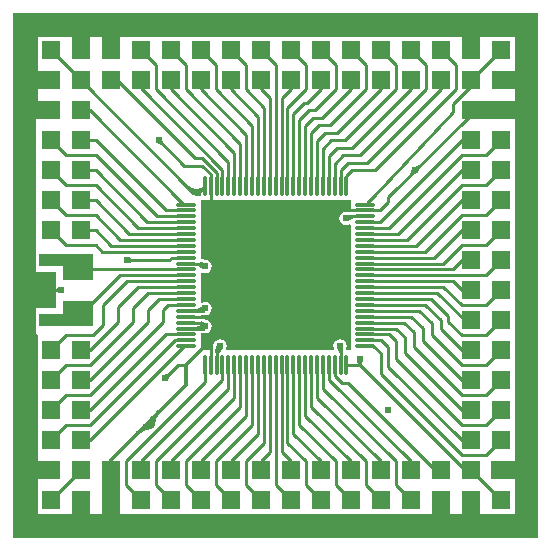
<source format=gtl>
%FSLAX25Y25*%
%MOIN*%
G70*
G01*
G75*
G04 Layer_Physical_Order=1*
G04 Layer_Color=255*
%ADD10C,0.01000*%
%ADD11C,0.01200*%
%ADD12O,0.01181X0.06890*%
%ADD13O,0.06890X0.01181*%
%ADD14R,0.09449X0.07874*%
%ADD15R,0.03543X0.03740*%
%ADD16R,0.06000X0.18000*%
%ADD17R,0.18000X0.04000*%
%ADD18R,0.10000X0.08248*%
%ADD19R,0.06000X0.08000*%
%ADD20R,0.08000X0.06000*%
%ADD21R,0.06000X0.08500*%
%ADD22R,0.08500X0.06000*%
%ADD23R,0.18000X0.06000*%
%ADD24R,0.10000X0.08500*%
%ADD25R,0.07500X0.12000*%
%ADD26R,0.05906X0.05906*%
%ADD27R,0.05906X0.05906*%
%ADD28C,0.02400*%
%ADD29C,0.04500*%
G36*
X175277Y500D02*
X277D01*
Y168000D01*
Y175500D01*
X175277D01*
Y500D01*
D02*
G37*
%LPC*%
G36*
X167777Y168000D02*
X7777D01*
Y8000D01*
X167777D01*
Y168000D01*
D02*
G37*
%LPD*%
G36*
X112777Y109214D02*
X111961D01*
X111691Y109161D01*
X111276Y109243D01*
X110418Y109072D01*
X109690Y108586D01*
X109204Y107858D01*
X109033Y107000D01*
X109204Y106142D01*
X109690Y105414D01*
X110418Y104928D01*
X111276Y104757D01*
X112135Y104928D01*
X112336Y105062D01*
X112777Y104826D01*
Y63000D01*
X111451D01*
X111215Y63441D01*
X111349Y63642D01*
X111520Y64500D01*
X111349Y65358D01*
X110863Y66086D01*
X110135Y66572D01*
X109276Y66743D01*
X108418Y66572D01*
X107690Y66086D01*
X107204Y65358D01*
X107033Y64500D01*
X107204Y63642D01*
X107338Y63441D01*
X107103Y63000D01*
X71451D01*
X71215Y63441D01*
X71349Y63642D01*
X71520Y64500D01*
X71349Y65358D01*
X70863Y66086D01*
X70135Y66572D01*
X69276Y66743D01*
X68418Y66572D01*
X67690Y66086D01*
X67204Y65358D01*
X67033Y64500D01*
X67047Y64433D01*
X67010Y64396D01*
X66679Y63900D01*
X66562Y63315D01*
Y63000D01*
X62776D01*
Y68754D01*
X63560D01*
X63925Y68827D01*
X64276Y68757D01*
X65135Y68928D01*
X65863Y69414D01*
X66349Y70142D01*
X66520Y71000D01*
X66349Y71858D01*
X65863Y72586D01*
X65135Y73072D01*
X64276Y73243D01*
X64210Y73230D01*
X64106Y73333D01*
X63610Y73665D01*
X63024Y73781D01*
X62776D01*
Y74660D01*
X63465D01*
X64051Y74776D01*
X64081Y74796D01*
X64276Y74757D01*
X65135Y74928D01*
X65863Y75414D01*
X66349Y76142D01*
X66520Y77000D01*
X66349Y77858D01*
X65863Y78586D01*
X65135Y79072D01*
X64276Y79243D01*
X63418Y79072D01*
X63218Y78938D01*
X62776Y79174D01*
Y88826D01*
X63218Y89062D01*
X63418Y88928D01*
X64276Y88757D01*
X65135Y88928D01*
X65863Y89414D01*
X66349Y90142D01*
X66520Y91000D01*
X66349Y91858D01*
X65863Y92586D01*
X65135Y93072D01*
X64276Y93243D01*
X64129Y93214D01*
X63925Y93350D01*
X63340Y93466D01*
X62776D01*
Y113000D01*
X112777D01*
Y109214D01*
D02*
G37*
D10*
X15781Y82505D02*
G03*
X14586Y83000I-1195J-1195D01*
G01*
D02*
G03*
X15781Y83495I0J1690D01*
G01*
X115777Y58310D02*
G03*
X115281Y59505I-1690J0D01*
G01*
X116271D02*
G03*
X115777Y58310I1195J-1195D01*
G01*
X109430Y62439D02*
G03*
X108782Y64005I-2214J0D01*
G01*
X109772Y64005D02*
G03*
X109430Y63181I824J-824D01*
G01*
X39966Y93000D02*
G03*
X38772Y92505I0J-1690D01*
G01*
Y93495D02*
G03*
X39966Y93000I1195J1195D01*
G01*
X60628Y76189D02*
G03*
X63781Y77495I0J4459D01*
G01*
X63043Y76189D02*
G03*
X64489Y76788I0J2045D01*
G01*
X63340Y91937D02*
G03*
X64147Y91688I639J639D01*
G01*
X63589Y91130D02*
G03*
X63340Y91937I-888J168D01*
G01*
X63781Y90505D02*
G03*
X60324Y91937I-3457J-3457D01*
G01*
X64489Y91212D02*
G03*
X62739Y91937I-1750J-1750D01*
G01*
X63082Y72195D02*
G03*
X64276Y71700I1195J1195D01*
G01*
X63577Y71000D02*
G03*
X63082Y72195I-1690J0D01*
G01*
X60857Y70284D02*
G03*
X63781Y71495I0J4136D01*
G01*
X63271Y70284D02*
G03*
X64489Y70788I0J1722D01*
G01*
X69771Y64005D02*
G03*
X68091Y59949I4056J-4056D01*
G01*
X69064Y64712D02*
G03*
X68091Y62363I2349J-2349D01*
G01*
X68091Y63315D02*
G03*
X68577Y64496I-1171J1171D01*
G01*
X69272Y63800D02*
G03*
X68091Y63315I-10J-1656D01*
G01*
X114620Y107685D02*
G03*
X111772Y106505I0J-4029D01*
G01*
X60277Y115500D02*
G03*
X61240Y115950I0J1257D01*
G01*
Y115050D02*
G03*
X60277Y115500I-963J-807D01*
G01*
X62932Y116601D02*
G03*
X62476Y115500I1101J-1101D01*
G01*
X61777Y116200D02*
G03*
X63066Y116734I0J1823D01*
G01*
X58021Y117756D02*
G03*
X61777Y116200I3756J3756D01*
G01*
X59728Y116049D02*
G03*
X61777Y115200I2049J2049D01*
G01*
X135471Y124195D02*
G03*
X134976Y123000I1195J-1195D01*
G01*
X134276Y123700D02*
G03*
X135471Y124195I0J1690D01*
G01*
X133081Y121805D02*
G03*
X133577Y123000I-1195J1195D01*
G01*
X134276Y122300D02*
G03*
X133081Y121805I0J-1690D01*
G01*
X49972Y131805D02*
G03*
X48777Y132300I-1195J-1195D01*
G01*
X49477Y133000D02*
G03*
X49972Y131805I1690J0D01*
G01*
X52222Y54945D02*
G03*
X51727Y53750I1195J-1195D01*
G01*
X51026Y54450D02*
G03*
X52222Y54945I0J1690D01*
G01*
X13777Y83000D02*
X16276D01*
X137619Y78158D02*
X142777Y73000D01*
Y70000D02*
Y73000D01*
Y70000D02*
X149776Y63000D01*
X135588Y76189D02*
X139777Y72000D01*
Y68000D02*
Y72000D01*
Y68000D02*
X149776Y58000D01*
X133056Y74221D02*
X136776Y70500D01*
Y66000D02*
Y70500D01*
Y66000D02*
X149776Y53000D01*
X130525Y72252D02*
X133776Y69000D01*
Y64000D02*
Y69000D01*
Y64000D02*
X149776Y48000D01*
X127993Y70284D02*
X130777Y67500D01*
Y62000D02*
Y67500D01*
Y62000D02*
X149776Y43000D01*
X125461Y68315D02*
X127777Y66000D01*
Y60000D02*
Y66000D01*
Y60000D02*
X149776Y38000D01*
X122930Y66347D02*
X125277Y64000D01*
Y57500D02*
Y64000D01*
Y57500D02*
X149776Y33000D01*
X120398Y64378D02*
X122776Y62000D01*
Y55000D02*
Y62000D01*
Y55000D02*
X149776Y28000D01*
X63340Y91937D02*
X64276Y91000D01*
X57954Y91937D02*
X63340D01*
X68091Y117823D02*
Y122185D01*
X63276Y127000D02*
X68091Y122185D01*
X60777Y127000D02*
X63276D01*
X42777Y150500D02*
X70060Y123216D01*
Y117823D02*
Y123216D01*
X66123Y117823D02*
Y121653D01*
X63276Y124500D02*
X66123Y121653D01*
X57276Y124500D02*
X63276D01*
X42777Y150500D02*
Y153000D01*
X53182Y93906D02*
X57954D01*
X52276Y93000D02*
X53182Y93906D01*
X38276Y93000D02*
X52276D01*
X81776Y93906D02*
X81871D01*
X48777Y133000D02*
X57276Y124500D01*
X34776Y153000D02*
X60777Y127000D01*
X105777Y106000D02*
X109430Y109653D01*
X99777Y100000D02*
X105777Y106000D01*
X93777Y94000D02*
X99777Y100000D01*
X87776Y88000D02*
X93777Y94000D01*
X81776Y82000D02*
X87776Y88000D01*
X75776Y76000D02*
X81776Y82000D01*
X73997Y74221D02*
X75776Y76000D01*
X99777D02*
X105777Y70000D01*
X93777Y82000D02*
X99777Y76000D01*
X87776Y88000D02*
X93777Y82000D01*
X87776Y18000D02*
Y58177D01*
Y18000D02*
X92777Y13000D01*
X97777Y18000D02*
X102777Y13000D01*
X107776Y18000D02*
X112777Y13000D01*
X117777Y18000D02*
X122776Y13000D01*
X127777Y18000D02*
X132776Y13000D01*
X97777Y18000D02*
Y26000D01*
X102777Y23000D02*
Y26000D01*
X107776Y18000D02*
Y26000D01*
X112777Y23000D02*
Y26000D01*
X117777Y18000D02*
Y26000D01*
X122776Y23000D02*
Y26000D01*
X127777Y18000D02*
Y26000D01*
X132776Y23000D02*
Y26000D01*
X91714Y32063D02*
X97777Y26000D01*
X93682Y35094D02*
X102777Y26000D01*
X95651Y38126D02*
X107776Y26000D01*
X97619Y41157D02*
X112777Y26000D01*
X99588Y44189D02*
X117777Y26000D01*
X101556Y47221D02*
X122776Y26000D01*
X103524Y50252D02*
X127777Y26000D01*
X105493Y53284D02*
X132776Y26000D01*
X77776Y18000D02*
X82776Y13000D01*
X67777Y18000D02*
X72777Y13000D01*
X57776Y18000D02*
X62776Y13000D01*
X47776Y18000D02*
X52776Y13000D01*
X77776Y18000D02*
Y26000D01*
X83839Y32063D01*
Y58177D01*
X72777Y23000D02*
Y26000D01*
X81871Y35094D01*
Y58177D01*
X67777Y18000D02*
Y26000D01*
X79902Y38126D01*
Y58177D01*
X62776Y23000D02*
Y26000D01*
X77934Y41157D01*
Y58177D01*
X57776Y18000D02*
Y26000D01*
X75965Y44189D01*
Y58177D01*
X52776Y23000D02*
Y26000D01*
X73997Y47221D01*
Y58177D01*
X47776Y18000D02*
Y26000D01*
X72028Y50252D01*
Y58177D01*
X42777Y23000D02*
Y26000D01*
X70060Y53284D01*
Y58177D01*
X37776Y18000D02*
X42777Y13000D01*
X37776Y18000D02*
Y26000D01*
X64154Y52378D01*
Y58177D01*
X107462Y54315D02*
Y58177D01*
X91714Y32063D02*
Y58177D01*
X93682Y35094D02*
Y58177D01*
X95651Y38126D02*
Y58177D01*
X97619Y41157D02*
Y58177D01*
X99588Y44189D02*
Y58177D01*
X101556Y47221D02*
Y58177D01*
X103524Y50252D02*
Y58177D01*
X105493Y53284D02*
Y58177D01*
X117599Y88000D02*
X157776D01*
X162777Y93000D01*
X157776Y78000D02*
X162777Y83000D01*
X157776Y68000D02*
X162777Y73000D01*
X157776Y58000D02*
X162777Y63000D01*
X157776Y48000D02*
X162777Y53000D01*
X157776Y98000D02*
X162777Y103000D01*
X157776Y108000D02*
X162777Y113000D01*
X157776Y118000D02*
X162777Y123000D01*
X157776Y128000D02*
X162777Y133000D01*
X87776Y117823D02*
Y158000D01*
X82776Y163000D02*
X87776Y158000D01*
X92777Y163000D02*
X97777Y158000D01*
X102777Y163000D02*
X107776Y158000D01*
X112777Y163000D02*
X117777Y158000D01*
X122776Y163000D02*
X127777Y158000D01*
X72777Y163000D02*
X77776Y158000D01*
X62776Y163000D02*
X67777Y158000D01*
X52776Y163000D02*
X57776Y158000D01*
X42777Y163000D02*
X47776Y158000D01*
X117599Y84063D02*
X143713D01*
X149776Y78000D01*
X157776D01*
X82776Y23000D02*
Y26000D01*
X85808Y29032D01*
Y58177D01*
X89745Y29032D02*
Y58177D01*
Y29032D02*
X92777Y26000D01*
Y23000D02*
Y26000D01*
X117599Y86032D02*
X146745D01*
X149776Y83000D01*
X152777D01*
X117599Y89969D02*
X146745D01*
X149776Y93000D01*
X152777D01*
X117599Y91937D02*
X143713D01*
X149776Y98000D01*
X157776D01*
X117599Y93906D02*
X140682D01*
X149776Y103000D01*
X152777D01*
X149776Y108000D02*
X157776D01*
X149776Y113000D02*
X152777D01*
X149776Y118000D02*
X157776D01*
X149776Y123000D02*
X152777D01*
X149776Y128000D02*
X157776D01*
X149776Y68000D02*
X157776D01*
X149776Y63000D02*
X152777D01*
X149776Y58000D02*
X157776D01*
X149776Y53000D02*
X152777D01*
X149776Y48000D02*
X157776D01*
X82776Y150000D02*
Y153000D01*
Y150000D02*
X85808Y146968D01*
Y117823D02*
Y146968D01*
X77776Y150000D02*
Y158000D01*
Y150000D02*
X83839Y143937D01*
Y117823D02*
Y143937D01*
X72777Y150000D02*
Y153000D01*
Y150000D02*
X81871Y140905D01*
Y117823D02*
Y140905D01*
X67777Y150000D02*
Y158000D01*
Y150000D02*
X79902Y137874D01*
Y117823D02*
Y137874D01*
X62776Y150000D02*
Y153000D01*
Y150000D02*
X77934Y134843D01*
Y117823D02*
Y134843D01*
X57776Y150000D02*
Y158000D01*
Y150000D02*
X75965Y131811D01*
Y117823D02*
Y131811D01*
X52776Y150000D02*
Y153000D01*
Y150000D02*
X73997Y128779D01*
Y117823D02*
Y128779D01*
X47776Y150000D02*
Y158000D01*
Y150000D02*
X72028Y125748D01*
Y117823D02*
Y125748D01*
X91714Y117823D02*
Y143937D01*
X97777Y150000D01*
Y158000D01*
X102777Y150000D02*
Y153000D01*
X107776Y150000D02*
Y158000D01*
X112777Y150000D02*
Y153000D01*
X117777Y150000D02*
Y158000D01*
X122776Y150000D02*
Y153000D01*
X127777Y150000D02*
Y158000D01*
X132776Y150000D02*
Y153000D01*
X12776Y163000D02*
X22776Y153000D01*
X152777D02*
X162777Y163000D01*
X12776Y13000D02*
X22776Y23000D01*
X152777D02*
X162777Y13000D01*
X12776Y103000D02*
X17776Y98000D01*
X12776Y113000D02*
X17776Y108000D01*
X12776Y123000D02*
X17776Y118000D01*
X12776Y133000D02*
X17776Y128000D01*
X12776Y63000D02*
X17776Y68000D01*
X12776Y53000D02*
X17776Y58000D01*
X22776Y63000D02*
X25776D01*
X17776Y58000D02*
X25776D01*
X22776Y53000D02*
X25776D01*
X12776Y43000D02*
X17776Y48000D01*
X25776D01*
X22776Y43000D02*
X25776D01*
X51091Y68315D01*
X57954D01*
X12776Y33000D02*
X17776Y38000D01*
X25776Y48000D02*
X50276Y72500D01*
X25776Y53000D02*
X45276Y72500D01*
X25776Y58000D02*
X40277Y72500D01*
X25776Y63000D02*
X35276Y72500D01*
X30277Y78000D02*
X38308Y86032D01*
X57954D01*
X35276Y72500D02*
Y77500D01*
X41840Y84063D01*
X57954D01*
X40277Y72500D02*
Y77000D01*
X45371Y82095D01*
X57954D01*
X45276Y72500D02*
Y76500D01*
X48902Y80126D01*
X57954D01*
X50276Y72500D02*
Y76500D01*
X51934Y78158D01*
X57954D01*
X17776Y38000D02*
X25776D01*
X54123Y66347D01*
X57954D01*
X22776Y33000D02*
X25776D01*
X57154Y64378D01*
X57954D01*
X22776Y143000D02*
X25776D01*
X57154Y111622D01*
X57954D01*
X22776Y133000D02*
X27777D01*
X51123Y109653D01*
X57954D01*
X17776Y128000D02*
X27777D01*
X48091Y107685D01*
X57954D01*
X22776Y123000D02*
X27777D01*
X45060Y105717D01*
X57954D01*
X17776Y118000D02*
X27777D01*
X42028Y103748D01*
X57954D01*
X22776Y113000D02*
X27777D01*
X38997Y101779D01*
X57954D01*
X17776Y108000D02*
X27777D01*
X35965Y99811D01*
X57954D01*
X22776Y103000D02*
X27777D01*
X32934Y97843D01*
X57954D01*
X17776Y98000D02*
X27777D01*
X29902Y95874D01*
X57954D01*
X17776Y68000D02*
X26776D01*
X30277Y71500D01*
Y78000D01*
X22682Y89969D02*
X57954D01*
X157776Y38000D02*
X162777Y43000D01*
X157776Y28000D02*
X162777Y33000D01*
X149776Y133000D02*
X152777D01*
X117599Y82095D02*
X141682D01*
X150777Y73000D01*
X152777D01*
X117599Y80126D02*
X139650D01*
X117599Y78158D02*
X137619D01*
X117599Y76189D02*
X135588D01*
X117599Y74221D02*
X133056D01*
X117599Y72252D02*
X130525D01*
X117599Y70284D02*
X127993D01*
X149776Y38000D02*
X157776D01*
X149776Y43000D02*
X152777D01*
X149776Y33000D02*
X152777D01*
X149776Y28000D02*
X157776D01*
X122493Y105717D02*
X149776Y133000D01*
X117599Y105717D02*
X122493D01*
X125524Y103748D02*
X149776Y128000D01*
X117599Y103748D02*
X125524D01*
X128556Y101779D02*
X149776Y123000D01*
X117599Y101779D02*
X128556D01*
X131588Y99811D02*
X149776Y118000D01*
X117599Y99811D02*
X131588D01*
X117599Y97843D02*
X134619D01*
X149776Y113000D01*
X137651Y95874D02*
X149776Y108000D01*
X117599Y95874D02*
X137651D01*
X117599Y64378D02*
X120398D01*
X117599Y66347D02*
X122930D01*
X117599Y68315D02*
X125461D01*
X93682Y117823D02*
Y141905D01*
X132776Y163000D02*
X137777Y158000D01*
Y150000D02*
Y158000D01*
X142777Y150000D02*
Y153000D01*
X111398Y117823D02*
Y121122D01*
X142777Y163000D02*
X147776Y158000D01*
X92777Y150000D02*
Y153000D01*
X89745Y117823D02*
Y146968D01*
X92777Y150000D01*
X95651Y117823D02*
Y139874D01*
X97619Y117823D02*
Y137843D01*
X99588Y117823D02*
Y135311D01*
X101556Y117823D02*
Y132780D01*
X105493Y117823D02*
Y127717D01*
X107462Y117823D02*
Y125185D01*
X109430Y117823D02*
Y123153D01*
X103524Y117823D02*
Y130248D01*
X152777Y143000D02*
X162777D01*
X32776Y13000D02*
Y23000D01*
X22776Y8000D02*
Y13000D01*
X7777Y8000D02*
X22776D01*
X7777D02*
Y23000D01*
X12776D01*
X142777Y8000D02*
Y13000D01*
Y8000D02*
X152777D01*
Y13000D01*
X162777Y23000D02*
X167777D01*
Y8000D02*
Y23000D01*
X152777Y8000D02*
X167777D01*
X32776D02*
Y13000D01*
X22776Y8000D02*
X32776D01*
X142777D01*
X7777Y143000D02*
X12776D01*
X7777D02*
Y153000D01*
X12776D01*
X7777D02*
Y168000D01*
X22776D01*
Y163000D02*
Y168000D01*
X32776D01*
Y163000D02*
Y168000D01*
X152777D01*
Y163000D02*
Y168000D01*
X167777D01*
Y153000D02*
Y168000D01*
X162777Y153000D02*
X167777D01*
Y143000D02*
Y153000D01*
X162777Y143000D02*
X167777D01*
Y23000D02*
Y143000D01*
X147776Y150000D02*
Y158000D01*
X117599Y109653D02*
X122430D01*
X152777Y141500D02*
Y143000D01*
X140777Y23000D02*
X142777D01*
X66123Y109653D02*
Y117823D01*
X81871Y93906D02*
X87776Y88000D01*
X66123Y109653D02*
X81871Y93906D01*
X109430Y109653D02*
X117599D01*
X66123Y58177D02*
Y66347D01*
X57954Y74221D02*
X73997D01*
X111398Y121122D02*
X113277Y123000D01*
X120776D01*
X147776Y150000D01*
X109430Y123153D02*
X111776Y125500D01*
X118277D01*
X142777Y150000D01*
X107462Y125185D02*
X110276Y128000D01*
X115777D01*
X137777Y150000D01*
X105493Y127717D02*
X108276Y130500D01*
X113277D01*
X132776Y150000D01*
X103524Y130248D02*
X106277Y133000D01*
X110776D01*
X127777Y150000D01*
X101556Y132780D02*
X104277Y135500D01*
X108276D01*
X122776Y150000D01*
X99588Y135311D02*
X102277Y138000D01*
X105777D01*
X117777Y150000D01*
X97619Y137843D02*
X100277Y140500D01*
X103277D01*
X112777Y150000D01*
X95651Y139874D02*
X98777Y143000D01*
X100777D01*
X107776Y150000D01*
X93682Y141905D02*
X97277Y145500D01*
X98277D01*
X102777Y150000D01*
X32776Y153000D02*
X34776D01*
X139650Y80126D02*
X145276Y74500D01*
Y72500D02*
X149776Y68000D01*
X145276Y72500D02*
Y74500D01*
X125277Y114000D02*
X152777Y141500D01*
X122430Y109653D02*
X125277Y112500D01*
Y114000D01*
X107462Y54315D02*
X109776Y52000D01*
X111776D01*
X140777Y23000D01*
X7777D02*
Y68000D01*
X66123Y66347D02*
X73997Y74221D01*
X21777Y75126D02*
X22903D01*
X35776Y88000D01*
X57954D01*
X68091Y58177D02*
Y63315D01*
X69276Y64500D01*
X57954Y70284D02*
X63560D01*
X64276Y71000D01*
X57954Y72252D02*
X63024D01*
X64276Y71000D01*
X115777Y58000D02*
X150777Y23000D01*
X152777D01*
X115777Y58000D02*
Y60000D01*
X111576Y58000D02*
X115777D01*
X22776Y153000D02*
X60277Y115500D01*
X61777D01*
X61832D02*
X64154Y117823D01*
X111961Y107685D02*
X117599D01*
X111276Y107000D02*
X111961Y107685D01*
X109430Y58177D02*
Y64346D01*
X57954Y76189D02*
X63465D01*
X64276Y77000D01*
X118277Y112000D02*
X120276Y114000D01*
X146776Y145000D02*
X152777Y151000D01*
X120276Y114000D02*
X146776Y142500D01*
Y145000D01*
X51026Y53750D02*
X55286Y58010D01*
X57786D01*
D11*
X48715Y42439D02*
G03*
X46876Y38000I4439J-4439D01*
G01*
X46666Y40390D02*
G03*
X45676Y38000I2390J-2390D01*
G01*
X46277Y37400D02*
G03*
X41838Y35561I0J-6277D01*
G01*
X46277Y38600D02*
G03*
X43887Y37610I0J-3380D01*
G01*
X57786Y58010D02*
X66123Y66347D01*
X32776Y23000D02*
Y26500D01*
X57786Y51510D01*
Y58010D01*
D12*
X64154Y117823D02*
D03*
X66123D02*
D03*
X68091D02*
D03*
X70060D02*
D03*
X72028D02*
D03*
X73997D02*
D03*
X75965D02*
D03*
X77934D02*
D03*
X79902D02*
D03*
X81871D02*
D03*
X83839D02*
D03*
X85808D02*
D03*
X87776D02*
D03*
X89745D02*
D03*
X91714D02*
D03*
X93682D02*
D03*
X95651D02*
D03*
X97619D02*
D03*
X99588D02*
D03*
X101556D02*
D03*
X103524D02*
D03*
X105493D02*
D03*
X107462D02*
D03*
X109430D02*
D03*
X111398D02*
D03*
Y58177D02*
D03*
X109430D02*
D03*
X107462D02*
D03*
X105493D02*
D03*
X103524D02*
D03*
X101556D02*
D03*
X99588D02*
D03*
X97619D02*
D03*
X95651D02*
D03*
X93682D02*
D03*
X91714D02*
D03*
X89745D02*
D03*
X87776D02*
D03*
X85808D02*
D03*
X83839D02*
D03*
X81871D02*
D03*
X79902D02*
D03*
X77934D02*
D03*
X75965D02*
D03*
X73997D02*
D03*
X72028D02*
D03*
X70060D02*
D03*
X68091D02*
D03*
X66123D02*
D03*
X64154D02*
D03*
D13*
X117599Y111622D02*
D03*
Y109653D02*
D03*
Y107685D02*
D03*
Y105717D02*
D03*
Y103748D02*
D03*
Y101779D02*
D03*
Y99811D02*
D03*
Y97843D02*
D03*
Y95874D02*
D03*
Y93906D02*
D03*
Y91937D02*
D03*
Y89969D02*
D03*
Y88000D02*
D03*
Y86032D02*
D03*
Y84063D02*
D03*
Y82095D02*
D03*
Y80126D02*
D03*
Y78158D02*
D03*
Y76189D02*
D03*
Y74221D02*
D03*
Y72252D02*
D03*
Y70284D02*
D03*
Y68315D02*
D03*
Y66347D02*
D03*
Y64378D02*
D03*
X57954D02*
D03*
Y66347D02*
D03*
Y68315D02*
D03*
Y70284D02*
D03*
Y72252D02*
D03*
Y74221D02*
D03*
Y76189D02*
D03*
Y78158D02*
D03*
Y80126D02*
D03*
Y82095D02*
D03*
Y84063D02*
D03*
Y86032D02*
D03*
Y88000D02*
D03*
Y89969D02*
D03*
Y91937D02*
D03*
Y93906D02*
D03*
Y95874D02*
D03*
Y97843D02*
D03*
Y99811D02*
D03*
Y101779D02*
D03*
Y103748D02*
D03*
Y105717D02*
D03*
Y107685D02*
D03*
Y109653D02*
D03*
Y111622D02*
D03*
D14*
X21777Y75126D02*
D03*
Y90874D02*
D03*
D15*
X10776Y79051D02*
D03*
Y72949D02*
D03*
Y93051D02*
D03*
Y86949D02*
D03*
D16*
X32776Y17000D02*
D03*
D17*
X17776Y93000D02*
D03*
Y73000D02*
D03*
D18*
X21777Y75376D02*
D03*
D19*
X22776Y164000D02*
D03*
X32776D02*
D03*
X22776Y12000D02*
D03*
X152777Y164000D02*
D03*
D20*
X11777Y153000D02*
D03*
Y143000D02*
D03*
Y23000D02*
D03*
X163777Y153000D02*
D03*
D21*
X142777Y11750D02*
D03*
X152777D02*
D03*
D22*
X164026Y23000D02*
D03*
D23*
X158776Y143000D02*
D03*
D24*
X21777Y90750D02*
D03*
D25*
X11027Y83000D02*
D03*
D26*
X142777Y153000D02*
D03*
X132776D02*
D03*
X142777Y163000D02*
D03*
X132776D02*
D03*
X122776D02*
D03*
X52776D02*
D03*
X32776D02*
D03*
X22776Y113000D02*
D03*
Y103000D02*
D03*
X152777Y163000D02*
D03*
X162777D02*
D03*
X152777Y123000D02*
D03*
Y133000D02*
D03*
Y143000D02*
D03*
Y153000D02*
D03*
X162777D02*
D03*
Y143000D02*
D03*
Y133000D02*
D03*
Y123000D02*
D03*
X152777Y83000D02*
D03*
X162777D02*
D03*
X152777Y73000D02*
D03*
Y63000D02*
D03*
X162777Y73000D02*
D03*
Y63000D02*
D03*
X152777Y33000D02*
D03*
Y23000D02*
D03*
Y43000D02*
D03*
X162777D02*
D03*
Y33000D02*
D03*
Y23000D02*
D03*
Y13000D02*
D03*
X152777D02*
D03*
X142777Y23000D02*
D03*
Y13000D02*
D03*
X132776Y23000D02*
D03*
Y13000D02*
D03*
X122776Y23000D02*
D03*
Y13000D02*
D03*
X112777Y23000D02*
D03*
Y13000D02*
D03*
X102777Y23000D02*
D03*
X22776D02*
D03*
X32776D02*
D03*
X22776Y13000D02*
D03*
X32776D02*
D03*
X12776D02*
D03*
Y23000D02*
D03*
Y63000D02*
D03*
Y103000D02*
D03*
Y113000D02*
D03*
X22776Y153000D02*
D03*
Y163000D02*
D03*
X12776Y143000D02*
D03*
Y153000D02*
D03*
Y163000D02*
D03*
D27*
X122776Y153000D02*
D03*
X112777D02*
D03*
X102777D02*
D03*
X92777D02*
D03*
X112777Y163000D02*
D03*
X102777D02*
D03*
X92777D02*
D03*
X82776D02*
D03*
X72777Y153000D02*
D03*
X82776D02*
D03*
X62776D02*
D03*
X52776D02*
D03*
X42777D02*
D03*
X32776D02*
D03*
X72777Y163000D02*
D03*
X62776D02*
D03*
X42777D02*
D03*
X22776Y123000D02*
D03*
X152777Y103000D02*
D03*
Y93000D02*
D03*
Y113000D02*
D03*
X162777D02*
D03*
Y103000D02*
D03*
Y93000D02*
D03*
X152777Y53000D02*
D03*
X162777D02*
D03*
X92777Y13000D02*
D03*
X102777D02*
D03*
X82776D02*
D03*
X72777D02*
D03*
X62776D02*
D03*
X52776D02*
D03*
X42777D02*
D03*
X92777Y23000D02*
D03*
X82776D02*
D03*
X72777D02*
D03*
X62776D02*
D03*
X52776D02*
D03*
X42777D02*
D03*
X12776Y33000D02*
D03*
Y43000D02*
D03*
Y53000D02*
D03*
X22776Y33000D02*
D03*
Y43000D02*
D03*
Y53000D02*
D03*
Y63000D02*
D03*
X12776Y123000D02*
D03*
X22776Y143000D02*
D03*
Y133000D02*
D03*
X12776D02*
D03*
D28*
X16276Y83000D02*
D03*
X48777Y133000D02*
D03*
X134276Y123000D02*
D03*
X38276Y93000D02*
D03*
X61777Y115500D02*
D03*
X64276Y71000D02*
D03*
X69276Y64500D02*
D03*
X64276Y91000D02*
D03*
X111276Y107000D02*
D03*
X109276Y64500D02*
D03*
X64276Y77000D02*
D03*
X115777Y60000D02*
D03*
X87776Y88000D02*
D03*
X93777Y94000D02*
D03*
X99777Y100000D02*
D03*
X105777Y106000D02*
D03*
X81776Y94000D02*
D03*
X69776Y106000D02*
D03*
X75776Y100000D02*
D03*
X105777Y70000D02*
D03*
X99777Y76000D02*
D03*
X93777Y82000D02*
D03*
X81776D02*
D03*
X75776Y76000D02*
D03*
X69776Y70000D02*
D03*
X46277Y38000D02*
D03*
X125277Y43000D02*
D03*
X51026Y53750D02*
D03*
D29*
X162777Y163000D02*
D03*
X52776Y153000D02*
D03*
X42777D02*
D03*
Y163000D02*
D03*
X52776D02*
D03*
X62776D02*
D03*
Y153000D02*
D03*
X72777D02*
D03*
Y163000D02*
D03*
X82776Y153000D02*
D03*
Y163000D02*
D03*
X92777D02*
D03*
Y153000D02*
D03*
X102777D02*
D03*
Y163000D02*
D03*
X112777D02*
D03*
Y153000D02*
D03*
X122776D02*
D03*
Y163000D02*
D03*
X132776D02*
D03*
Y153000D02*
D03*
X142777D02*
D03*
Y163000D02*
D03*
X152777Y133000D02*
D03*
X162777D02*
D03*
Y123000D02*
D03*
X152777D02*
D03*
Y113000D02*
D03*
X162777D02*
D03*
X152777Y103000D02*
D03*
X162777D02*
D03*
Y93000D02*
D03*
X152777D02*
D03*
Y83000D02*
D03*
X162777D02*
D03*
X152777Y73000D02*
D03*
X162777D02*
D03*
Y63000D02*
D03*
X152777D02*
D03*
Y53000D02*
D03*
X162777D02*
D03*
Y43000D02*
D03*
X152777D02*
D03*
Y33000D02*
D03*
X162777D02*
D03*
X132776Y23000D02*
D03*
X122776D02*
D03*
X112777D02*
D03*
X142777D02*
D03*
X132776Y13000D02*
D03*
X122776D02*
D03*
X112777D02*
D03*
X102777D02*
D03*
Y23000D02*
D03*
X92777D02*
D03*
Y13000D02*
D03*
X82776D02*
D03*
Y23000D02*
D03*
X72777D02*
D03*
Y13000D02*
D03*
X62776D02*
D03*
Y23000D02*
D03*
X52776D02*
D03*
Y13000D02*
D03*
X42777D02*
D03*
Y23000D02*
D03*
X12776Y33000D02*
D03*
X22776D02*
D03*
X12776Y43000D02*
D03*
X22776D02*
D03*
Y53000D02*
D03*
X12776D02*
D03*
Y63000D02*
D03*
X22776D02*
D03*
Y103000D02*
D03*
X12776D02*
D03*
Y113000D02*
D03*
X22776D02*
D03*
Y123000D02*
D03*
X12776D02*
D03*
Y133000D02*
D03*
X22776D02*
D03*
Y143000D02*
D03*
X32776Y153000D02*
D03*
X22776D02*
D03*
X12776Y163000D02*
D03*
X152777Y153000D02*
D03*
Y23000D02*
D03*
X162777Y13000D02*
D03*
X22776Y23000D02*
D03*
X12776Y13000D02*
D03*
Y23000D02*
D03*
X22776Y13000D02*
D03*
X152777Y143000D02*
D03*
X162777D02*
D03*
Y153000D02*
D03*
X12776Y143000D02*
D03*
Y153000D02*
D03*
X22776Y163000D02*
D03*
X32776D02*
D03*
X152777D02*
D03*
X162777Y23000D02*
D03*
X152777Y13000D02*
D03*
X142777D02*
D03*
X32776D02*
D03*
Y23000D02*
D03*
M02*

</source>
